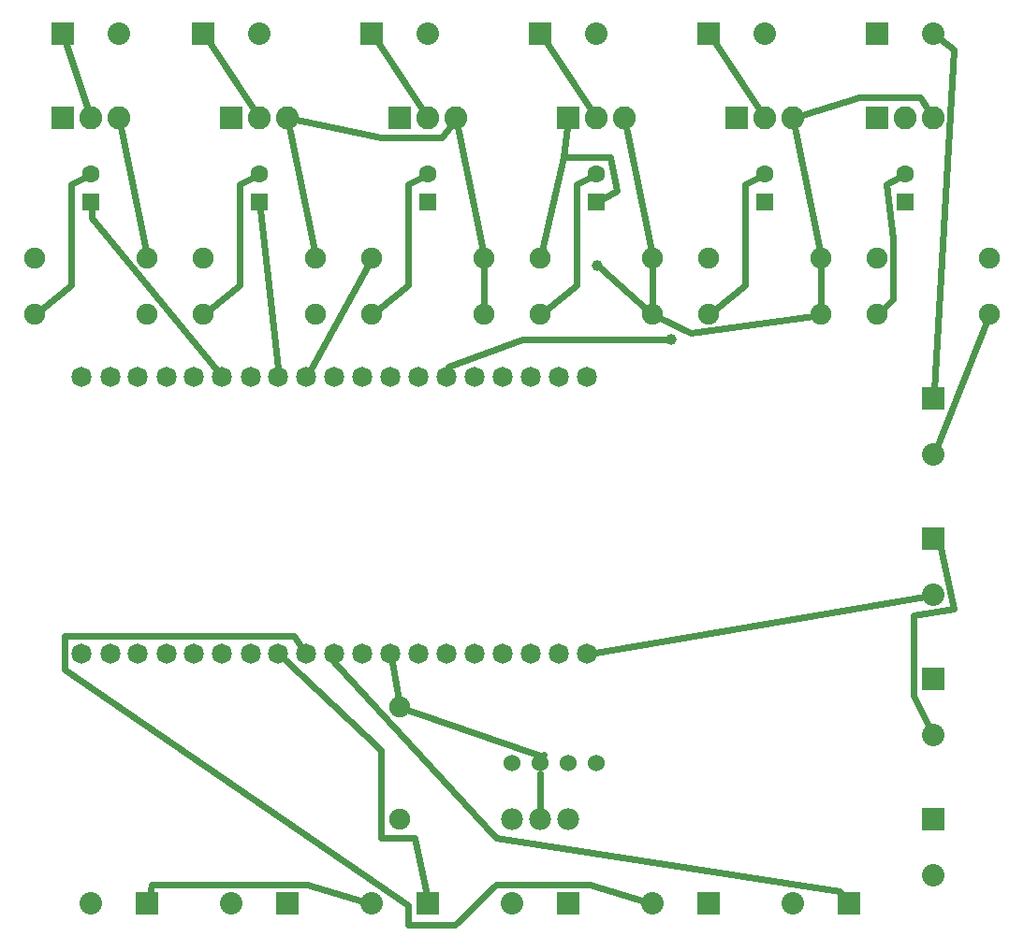
<source format=gbl>
G04 MADE WITH FRITZING*
G04 WWW.FRITZING.ORG*
G04 DOUBLE SIDED*
G04 HOLES PLATED*
G04 CONTOUR ON CENTER OF CONTOUR VECTOR*
%ASAXBY*%
%FSLAX23Y23*%
%MOIN*%
%OFA0B0*%
%SFA1.0B1.0*%
%ADD10C,0.078000*%
%ADD11C,0.060000*%
%ADD12C,0.075000*%
%ADD13C,0.071828*%
%ADD14C,0.080000*%
%ADD15C,0.082000*%
%ADD16C,0.062992*%
%ADD17C,0.039370*%
%ADD18R,0.079986X0.080000*%
%ADD19R,0.080000X0.079986*%
%ADD20R,0.082000X0.082000*%
%ADD21R,0.062992X0.062992*%
%ADD22C,0.024000*%
%LNCOPPER0*%
G90*
G70*
G54D10*
X2215Y725D03*
X2115Y725D03*
X2015Y725D03*
G54D11*
X2315Y925D03*
X2215Y925D03*
X2115Y925D03*
X2015Y925D03*
G54D12*
X1615Y725D03*
X1615Y1125D03*
G54D13*
X482Y1316D03*
X583Y1316D03*
X682Y1316D03*
X783Y1316D03*
X882Y1316D03*
X982Y1316D03*
X1083Y1316D03*
X1182Y1316D03*
X1282Y1316D03*
X1382Y1316D03*
X1482Y1316D03*
X1582Y1316D03*
X1682Y1316D03*
X1782Y1316D03*
X1881Y1316D03*
X1982Y1316D03*
X2081Y1316D03*
X2181Y1316D03*
X2282Y1316D03*
X2282Y2302D03*
X2181Y2302D03*
X2081Y2302D03*
X1982Y2302D03*
X1881Y2302D03*
X1782Y2302D03*
X1682Y2302D03*
X1582Y2302D03*
X1482Y2302D03*
X1382Y2302D03*
X1282Y2302D03*
X1182Y2302D03*
X1083Y2302D03*
X982Y2302D03*
X882Y2302D03*
X783Y2302D03*
X682Y2302D03*
X583Y2302D03*
X482Y2302D03*
G54D14*
X3515Y1225D03*
X3515Y1025D03*
X3515Y725D03*
X3515Y525D03*
X2115Y3525D03*
X2315Y3525D03*
X3315Y3525D03*
X3515Y3525D03*
X2715Y3525D03*
X2915Y3525D03*
X1515Y3525D03*
X1715Y3525D03*
X915Y3525D03*
X1115Y3525D03*
X415Y3525D03*
X615Y3525D03*
X3515Y2225D03*
X3515Y2025D03*
X3515Y1725D03*
X3515Y1525D03*
X2215Y425D03*
X2015Y425D03*
X715Y425D03*
X515Y425D03*
X1215Y425D03*
X1015Y425D03*
X1715Y425D03*
X1515Y425D03*
X3215Y425D03*
X3015Y425D03*
X2715Y425D03*
X2515Y425D03*
G54D15*
X415Y3225D03*
X515Y3225D03*
X615Y3225D03*
X3315Y3225D03*
X3415Y3225D03*
X3515Y3225D03*
X2815Y3225D03*
X2915Y3225D03*
X3015Y3225D03*
X2215Y3225D03*
X2315Y3225D03*
X2415Y3225D03*
X1615Y3225D03*
X1715Y3225D03*
X1815Y3225D03*
X1015Y3225D03*
X1115Y3225D03*
X1215Y3225D03*
G54D12*
X315Y2725D03*
X715Y2725D03*
X315Y2525D03*
X715Y2525D03*
X3315Y2525D03*
X3715Y2525D03*
X2715Y2525D03*
X3115Y2525D03*
X2115Y2525D03*
X2515Y2525D03*
X1515Y2525D03*
X1915Y2525D03*
X915Y2525D03*
X1315Y2525D03*
X3315Y2725D03*
X3715Y2725D03*
X2715Y2725D03*
X3115Y2725D03*
X2115Y2725D03*
X2515Y2725D03*
X1515Y2725D03*
X1915Y2725D03*
X915Y2725D03*
X1315Y2725D03*
G54D16*
X515Y2927D03*
X515Y3025D03*
X3415Y2927D03*
X3415Y3025D03*
X2915Y2927D03*
X2915Y3025D03*
X2315Y2927D03*
X2315Y3025D03*
X1715Y2927D03*
X1715Y3025D03*
X1115Y2927D03*
X1115Y3025D03*
G54D17*
X2580Y2437D03*
X2316Y2701D03*
G54D18*
X3515Y1225D03*
X3515Y725D03*
G54D19*
X2115Y3525D03*
X3315Y3525D03*
X2715Y3525D03*
X1515Y3525D03*
X915Y3525D03*
X415Y3525D03*
G54D18*
X3515Y2225D03*
X3515Y1725D03*
G54D19*
X2215Y425D03*
X715Y425D03*
X1215Y425D03*
X1715Y425D03*
X3215Y425D03*
X2715Y425D03*
G54D20*
X415Y3225D03*
X3315Y3225D03*
X2815Y3225D03*
X2215Y3225D03*
X1615Y3225D03*
X1015Y3225D03*
G54D21*
X515Y2927D03*
X3415Y2927D03*
X2915Y2927D03*
X2315Y2927D03*
X1715Y2927D03*
X1115Y2927D03*
G54D22*
X3485Y1520D02*
X2312Y1321D01*
D02*
X425Y3496D02*
X505Y3256D01*
D02*
X2133Y3499D02*
X2298Y3252D01*
D02*
X1533Y3499D02*
X1698Y3252D01*
D02*
X2733Y3499D02*
X2898Y3252D01*
D02*
X338Y2543D02*
X444Y2629D01*
X444Y2629D02*
X444Y2989D01*
X444Y2989D02*
X491Y3013D01*
D02*
X938Y2543D02*
X1044Y2629D01*
X1044Y2629D02*
X1044Y2989D01*
X1044Y2989D02*
X1091Y3013D01*
D02*
X2738Y2543D02*
X2844Y2629D01*
X2844Y2629D02*
X2844Y2989D01*
X2844Y2989D02*
X2891Y3013D01*
D02*
X933Y3499D02*
X1098Y3252D01*
D02*
X2138Y2543D02*
X2244Y2629D01*
X2244Y2629D02*
X2244Y2989D01*
X2244Y2989D02*
X2291Y3013D01*
D02*
X3336Y2545D02*
X3372Y2581D01*
X3372Y2581D02*
X3372Y2797D01*
X3372Y2797D02*
X3348Y2989D01*
X3348Y2989D02*
X3392Y3013D01*
D02*
X1538Y2543D02*
X1644Y2629D01*
X1644Y2629D02*
X1644Y2989D01*
X1644Y2989D02*
X1691Y3013D01*
D02*
X1179Y2332D02*
X1118Y2900D01*
D02*
X1610Y1154D02*
X1588Y1286D01*
D02*
X2127Y957D02*
X2124Y949D01*
X2124Y949D02*
X1642Y1116D01*
D02*
X2115Y755D02*
X2115Y891D01*
D02*
X1204Y1295D02*
X1548Y973D01*
X1548Y973D02*
X1548Y661D01*
X1548Y661D02*
X1668Y661D01*
X1668Y661D02*
X1709Y456D01*
D02*
X1297Y2329D02*
X1502Y2700D01*
D02*
X963Y2326D02*
X516Y2869D01*
X516Y2869D02*
X516Y2900D01*
D02*
X2486Y434D02*
X2292Y493D01*
X2292Y493D02*
X1956Y493D01*
X1956Y493D02*
X1812Y349D01*
X1812Y349D02*
X1644Y349D01*
X1644Y349D02*
X1644Y421D01*
X1644Y421D02*
X420Y1261D01*
X420Y1261D02*
X420Y1381D01*
X420Y1381D02*
X1236Y1381D01*
X1236Y1381D02*
X1265Y1341D01*
D02*
X2339Y2939D02*
X2388Y2965D01*
X2388Y2965D02*
X2364Y3085D01*
X2364Y3085D02*
X2196Y3085D01*
X2196Y3085D02*
X2122Y2753D01*
D02*
X2211Y3194D02*
X2196Y3085D01*
D02*
X1380Y1286D02*
X1380Y1285D01*
X1380Y1285D02*
X1956Y661D01*
X1956Y661D02*
X3180Y469D01*
X3180Y469D02*
X3196Y450D01*
D02*
X723Y456D02*
X732Y493D01*
X732Y493D02*
X1284Y493D01*
X1284Y493D02*
X1485Y434D01*
D02*
X1787Y2332D02*
X1788Y2341D01*
X1788Y2341D02*
X2052Y2437D01*
X2052Y2437D02*
X2561Y2437D01*
D02*
X3517Y2256D02*
X3588Y3469D01*
X3588Y3469D02*
X3540Y3506D01*
D02*
X1222Y3194D02*
X1310Y2753D01*
D02*
X622Y3194D02*
X710Y2753D01*
D02*
X1796Y3200D02*
X1764Y3157D01*
X1764Y3157D02*
X1548Y3157D01*
X1548Y3157D02*
X1247Y3219D01*
D02*
X1910Y2753D02*
X1822Y3194D01*
D02*
X1915Y2554D02*
X1915Y2697D01*
D02*
X2494Y2544D02*
X2330Y2688D01*
D02*
X2515Y2697D02*
X2515Y2554D01*
D02*
X2422Y3194D02*
X2510Y2753D01*
D02*
X3087Y2521D02*
X2652Y2461D01*
X2652Y2461D02*
X2541Y2513D01*
D02*
X3115Y2697D02*
X3115Y2554D01*
D02*
X3022Y3194D02*
X3110Y2753D01*
D02*
X3498Y3253D02*
X3468Y3301D01*
X3468Y3301D02*
X3252Y3301D01*
X3252Y3301D02*
X3046Y3235D01*
D02*
X3527Y2054D02*
X3705Y2499D01*
D02*
X3501Y1053D02*
X3444Y1165D01*
X3444Y1165D02*
X3444Y1453D01*
X3444Y1453D02*
X3588Y1477D01*
X3588Y1477D02*
X3540Y1693D01*
X3540Y1693D02*
X3534Y1701D01*
G04 End of Copper0*
M02*
</source>
